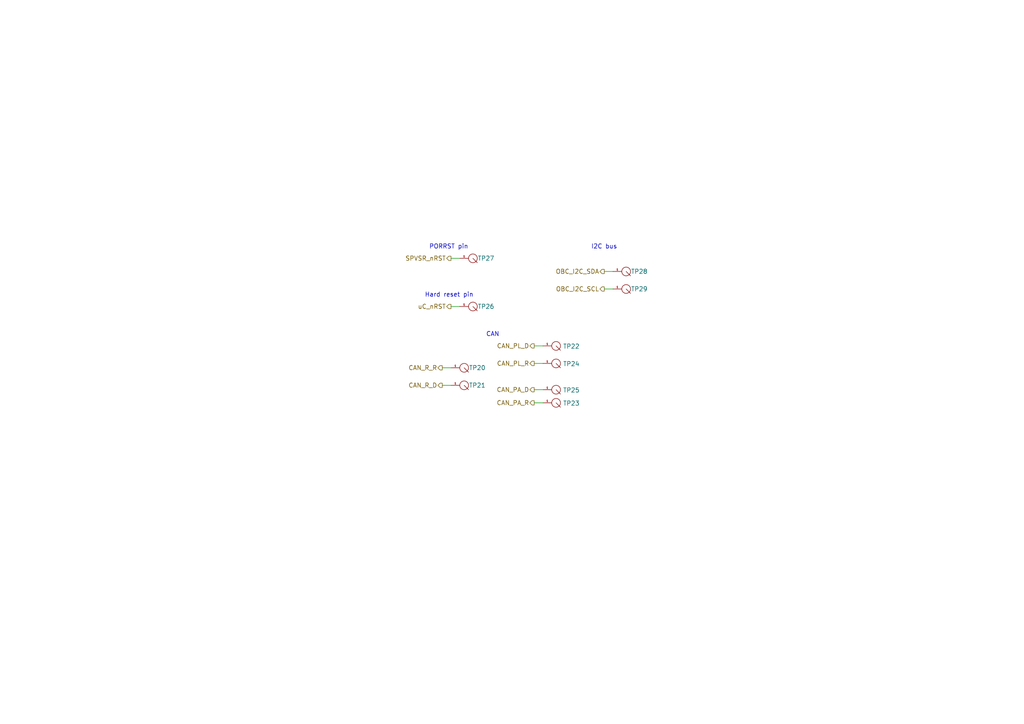
<source format=kicad_sch>
(kicad_sch (version 20211123) (generator eeschema)
  (paper "A4")
  (title_block (title "Singularity EGSE - uC") (date "2021-06-05") (rev "PROTO_B_v02") (company "The Flame Trench") (comment 1 "Drawn by:  Ben Cartwright") (comment 2 "Status:  PROTOTYPE") (comment 3 "(c) The Flame Trench 2021") (comment 4 "Licenced under CERN OHLv2-Strong"))
  (lib_symbols
    (symbol "TFT_testpoints:TEST-POINT"
      (property "Reference" "TP" (at -5.08 0 0))
      (symbol "TEST-POINT_0_1"
        (circle (center -1.27 0) (radius 1.27))
        (polyline (pts (xy -1.27 0) (xy -2.54 1.27)))
      )
      (symbol "TEST-POINT_1_1"
        (pin unspecified line (at 2.54 0 180) (length 2.54) (name "~") (number "1"))
      )
    )
  )
  (wire (pts (xy 130.81 74.93) (xy 133.35 74.93)))
  (wire (pts (xy 157.48 105.41) (xy 154.94 105.41)))
  (wire (pts (xy 157.48 116.84) (xy 154.94 116.84)))
  (wire (pts (xy 157.48 113.03) (xy 154.94 113.03)))
  (wire (pts (xy 177.8 83.82) (xy 175.26 83.82)))
  (wire (pts (xy 133.35 88.9) (xy 130.81 88.9)))
  (wire (pts (xy 128.27 111.76) (xy 130.81 111.76)))
  (wire (pts (xy 175.26 78.74) (xy 177.8 78.74)))
  (wire (pts (xy 154.94 100.33) (xy 157.48 100.33)))
  (wire (pts (xy 128.27 106.68) (xy 130.81 106.68)))
  (text "CAN" (at 140.97 97.79 0) (effects (font (size 1.27 1.27)) (justify left bottom)))
  (text "I2C bus" (at 171.45 72.39 0) (effects (font (size 1.27 1.27)) (justify left bottom)))
  (text "PORRST pin" (at 124.46 72.39 0) (effects (font (size 1.27 1.27)) (justify left bottom)))
  (text "Hard reset pin" (at 123.19 86.36 0) (effects (font (size 1.27 1.27)) (justify left bottom)))
  (hierarchical_label "CAN_PL_R" (shape output) (at 154.94 105.41 180))
  (hierarchical_label "OBC_I2C_SCL" (shape output) (at 175.26 83.82 180))
  (hierarchical_label "CAN_PA_R" (shape output) (at 154.94 116.84 180))
  (hierarchical_label "SPVSR_nRST" (shape output) (at 130.81 74.93 180))
  (hierarchical_label "OBC_I2C_SDA" (shape output) (at 175.26 78.74 180))
  (hierarchical_label "CAN_R_D" (shape output) (at 128.27 111.76 180))
  (hierarchical_label "uC_nRST" (shape output) (at 130.81 88.9 180))
  (hierarchical_label "CAN_PL_D" (shape output) (at 154.94 100.33 180))
  (hierarchical_label "CAN_PA_D" (shape output) (at 154.94 113.03 180))
  (hierarchical_label "CAN_R_R" (shape output) (at 128.27 106.68 180))
  (symbol (lib_id "TFT_testpoints:TEST-POINT") (at 133.35 106.68 180) (unit 1)
    (property "Reference" "TP20" (at 138.43 106.68 0))
  )
  (symbol (lib_id "TFT_testpoints:TEST-POINT") (at 133.35 111.76 180) (unit 1)
    (property "Reference" "TP21" (at 138.43 111.76 0))
  )
  (symbol (lib_id "TFT_testpoints:TEST-POINT") (at 160.02 100.33 180) (unit 1)
    (property "Reference" "TP22" (at 163.2712 100.457 0) (effects (justify right)))
  )
  (symbol (lib_id "TFT_testpoints:TEST-POINT") (at 160.02 105.41 180) (unit 1)
    (property "Reference" "TP24" (at 163.2712 105.537 0) (effects (justify right)))
  )
  (symbol (lib_id "TFT_testpoints:TEST-POINT") (at 160.02 113.03 180) (unit 1)
    (property "Reference" "TP25" (at 163.2712 113.157 0) (effects (justify right)))
  )
  (symbol (lib_id "TFT_testpoints:TEST-POINT") (at 160.02 116.84 180) (unit 1)
    (property "Reference" "TP23" (at 163.2712 116.967 0) (effects (justify right)))
  )
  (symbol (lib_id "TFT_testpoints:TEST-POINT") (at 135.89 74.93 180) (unit 1)
    (property "Reference" "TP27" (at 140.97 74.93 0))
  )
  (symbol (lib_id "TFT_testpoints:TEST-POINT") (at 135.89 88.9 180) (unit 1)
    (property "Reference" "TP26" (at 140.97 88.9 0))
  )
  (symbol (lib_id "TFT_testpoints:TEST-POINT") (at 180.34 78.74 180) (unit 1)
    (property "Reference" "TP28" (at 185.42 78.74 0))
  )
  (symbol (lib_id "TFT_testpoints:TEST-POINT") (at 180.34 83.82 180) (unit 1)
    (property "Reference" "TP29" (at 185.42 83.82 0))
  )
)
</source>
